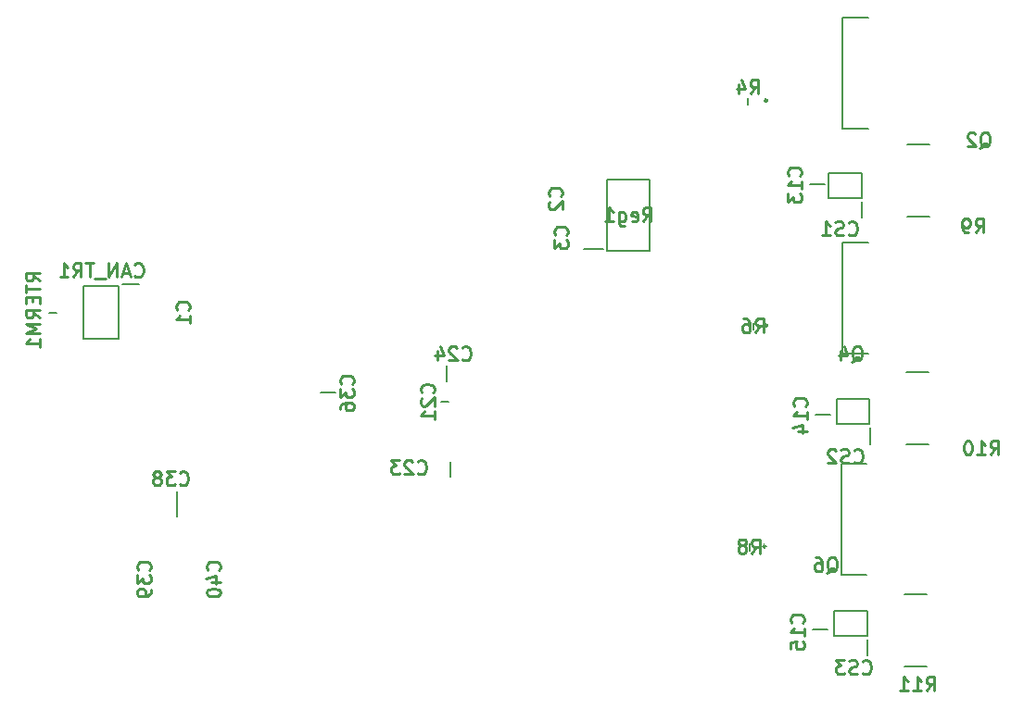
<source format=gbr>
G04 #@! TF.GenerationSoftware,KiCad,Pcbnew,5.0.2+dfsg1-1*
G04 #@! TF.CreationDate,2019-10-08T03:24:47-04:00*
G04 #@! TF.ProjectId,DSC_motor_controller,4453435f-6d6f-4746-9f72-5f636f6e7472,1*
G04 #@! TF.SameCoordinates,Original*
G04 #@! TF.FileFunction,Legend,Bot*
G04 #@! TF.FilePolarity,Positive*
%FSLAX46Y46*%
G04 Gerber Fmt 4.6, Leading zero omitted, Abs format (unit mm)*
G04 Created by KiCad (PCBNEW 5.0.2+dfsg1-1) date Tue 08 Oct 2019 03:24:47 AM EDT*
%MOMM*%
%LPD*%
G01*
G04 APERTURE LIST*
%ADD10C,0.200000*%
%ADD11C,0.254000*%
G04 APERTURE END LIST*
D10*
G04 #@! TO.C,C15*
X161129000Y-127644000D02*
X159729000Y-127644000D01*
D11*
G04 #@! TO.C,Q4*
X155592160Y-99804000D02*
G75*
G03X155592160Y-99804000I-113160J0D01*
G01*
D10*
X162485000Y-102422000D02*
X164816000Y-102422000D01*
X162485000Y-92262000D02*
X164816000Y-92262000D01*
X162485000Y-102422000D02*
X162485000Y-92262000D01*
G04 #@! TO.C,R11*
X170132000Y-130994000D02*
X168132000Y-130994000D01*
X170132000Y-124394000D02*
X168132000Y-124394000D01*
D11*
G04 #@! TO.C,Q6*
X155458160Y-119997000D02*
G75*
G03X155458160Y-119997000I-113160J0D01*
G01*
D10*
X162351000Y-122615000D02*
X164682000Y-122615000D01*
X162351000Y-112455000D02*
X164682000Y-112455000D01*
X162351000Y-122615000D02*
X162351000Y-112455000D01*
D11*
G04 #@! TO.C,Q2*
X155592160Y-79230000D02*
G75*
G03X155592160Y-79230000I-113160J0D01*
G01*
D10*
X162485000Y-81848000D02*
X164816000Y-81848000D01*
X162485000Y-71688000D02*
X164816000Y-71688000D01*
X162485000Y-81848000D02*
X162485000Y-71688000D01*
G04 #@! TO.C,R10*
X170319000Y-110675000D02*
X168319000Y-110675000D01*
X170319000Y-104075000D02*
X168319000Y-104075000D01*
G04 #@! TO.C,R9*
X170379000Y-89846000D02*
X168379000Y-89846000D01*
X170379000Y-83246000D02*
X168379000Y-83246000D01*
G04 #@! TO.C,C38*
X101679000Y-117288000D02*
X101679000Y-114988000D01*
G04 #@! TO.C,C21*
X125839000Y-106778000D02*
X126439000Y-106778000D01*
G04 #@! TO.C,C23*
X126647000Y-112263000D02*
X126647000Y-113663000D01*
G04 #@! TO.C,C24*
X126317000Y-103500000D02*
X126317000Y-104900000D01*
G04 #@! TO.C,Reg1*
X138878000Y-92847000D02*
X140628000Y-92847000D01*
X140978000Y-86472000D02*
X140978000Y-92972000D01*
X144828000Y-86472000D02*
X140978000Y-86472000D01*
X144828000Y-92972000D02*
X144828000Y-86472000D01*
X140978000Y-92972000D02*
X144828000Y-92972000D01*
G04 #@! TO.C,RTERM1*
X90650000Y-98650000D02*
X90000000Y-98650000D01*
G04 #@! TO.C,R8*
X153952000Y-120400000D02*
X153952000Y-119750000D01*
G04 #@! TO.C,R6*
X154295000Y-100207000D02*
X154295000Y-99557000D01*
G04 #@! TO.C,R4*
X153825000Y-79633000D02*
X153825000Y-78983000D01*
G04 #@! TO.C,CS3*
X164773000Y-130010000D02*
X164773000Y-128560000D01*
X161723000Y-128210000D02*
X164723000Y-128210000D01*
X161723000Y-125910000D02*
X161723000Y-128210000D01*
X164723000Y-125910000D02*
X161723000Y-125910000D01*
X164723000Y-128210000D02*
X164723000Y-125910000D01*
G04 #@! TO.C,CS2*
X164963500Y-110645000D02*
X164963500Y-109195000D01*
X161913500Y-108845000D02*
X164913500Y-108845000D01*
X161913500Y-106545000D02*
X161913500Y-108845000D01*
X164913500Y-106545000D02*
X161913500Y-106545000D01*
X164913500Y-108845000D02*
X164913500Y-106545000D01*
G04 #@! TO.C,CS1*
X164265000Y-89941500D02*
X164265000Y-88491500D01*
X161215000Y-88141500D02*
X164215000Y-88141500D01*
X161215000Y-85841500D02*
X161215000Y-88141500D01*
X164215000Y-85841500D02*
X161215000Y-85841500D01*
X164215000Y-88141500D02*
X164215000Y-85841500D01*
G04 #@! TO.C,CAN_TR1*
X98181500Y-96032000D02*
X96656500Y-96032000D01*
X96306500Y-101062000D02*
X96306500Y-96162000D01*
X93106500Y-101062000D02*
X96306500Y-101062000D01*
X93106500Y-96162000D02*
X93106500Y-101062000D01*
X96306500Y-96162000D02*
X93106500Y-96162000D01*
G04 #@! TO.C,C36*
X116171000Y-105978000D02*
X114771000Y-105978000D01*
G04 #@! TO.C,C14*
X161383000Y-108010000D02*
X159983000Y-108010000D01*
G04 #@! TO.C,C13*
X159475000Y-86928000D02*
X160875000Y-86928000D01*
G04 #@! TO.C,C15*
D11*
X158850571Y-127005571D02*
X158911047Y-126945095D01*
X158971523Y-126763666D01*
X158971523Y-126642714D01*
X158911047Y-126461285D01*
X158790095Y-126340333D01*
X158669142Y-126279857D01*
X158427238Y-126219380D01*
X158245809Y-126219380D01*
X158003904Y-126279857D01*
X157882952Y-126340333D01*
X157762000Y-126461285D01*
X157701523Y-126642714D01*
X157701523Y-126763666D01*
X157762000Y-126945095D01*
X157822476Y-127005571D01*
X158971523Y-128215095D02*
X158971523Y-127489380D01*
X158971523Y-127852238D02*
X157701523Y-127852238D01*
X157882952Y-127731285D01*
X158003904Y-127610333D01*
X158064380Y-127489380D01*
X157701523Y-129364142D02*
X157701523Y-128759380D01*
X158306285Y-128698904D01*
X158245809Y-128759380D01*
X158185333Y-128880333D01*
X158185333Y-129182714D01*
X158245809Y-129303666D01*
X158306285Y-129364142D01*
X158427238Y-129424619D01*
X158729619Y-129424619D01*
X158850571Y-129364142D01*
X158911047Y-129303666D01*
X158971523Y-129182714D01*
X158971523Y-128880333D01*
X158911047Y-128759380D01*
X158850571Y-128698904D01*
G04 #@! TO.C,C40*
X105510571Y-122179571D02*
X105571047Y-122119095D01*
X105631523Y-121937666D01*
X105631523Y-121816714D01*
X105571047Y-121635285D01*
X105450095Y-121514333D01*
X105329142Y-121453857D01*
X105087238Y-121393380D01*
X104905809Y-121393380D01*
X104663904Y-121453857D01*
X104542952Y-121514333D01*
X104422000Y-121635285D01*
X104361523Y-121816714D01*
X104361523Y-121937666D01*
X104422000Y-122119095D01*
X104482476Y-122179571D01*
X104784857Y-123268142D02*
X105631523Y-123268142D01*
X104301047Y-122965761D02*
X105208190Y-122663380D01*
X105208190Y-123449571D01*
X104361523Y-124175285D02*
X104361523Y-124296238D01*
X104422000Y-124417190D01*
X104482476Y-124477666D01*
X104603428Y-124538142D01*
X104845333Y-124598619D01*
X105147714Y-124598619D01*
X105389619Y-124538142D01*
X105510571Y-124477666D01*
X105571047Y-124417190D01*
X105631523Y-124296238D01*
X105631523Y-124175285D01*
X105571047Y-124054333D01*
X105510571Y-123993857D01*
X105389619Y-123933380D01*
X105147714Y-123872904D01*
X104845333Y-123872904D01*
X104603428Y-123933380D01*
X104482476Y-123993857D01*
X104422000Y-124054333D01*
X104361523Y-124175285D01*
G04 #@! TO.C,C39*
X99160571Y-122179571D02*
X99221047Y-122119095D01*
X99281523Y-121937666D01*
X99281523Y-121816714D01*
X99221047Y-121635285D01*
X99100095Y-121514333D01*
X98979142Y-121453857D01*
X98737238Y-121393380D01*
X98555809Y-121393380D01*
X98313904Y-121453857D01*
X98192952Y-121514333D01*
X98072000Y-121635285D01*
X98011523Y-121816714D01*
X98011523Y-121937666D01*
X98072000Y-122119095D01*
X98132476Y-122179571D01*
X98011523Y-122602904D02*
X98011523Y-123389095D01*
X98495333Y-122965761D01*
X98495333Y-123147190D01*
X98555809Y-123268142D01*
X98616285Y-123328619D01*
X98737238Y-123389095D01*
X99039619Y-123389095D01*
X99160571Y-123328619D01*
X99221047Y-123268142D01*
X99281523Y-123147190D01*
X99281523Y-122784333D01*
X99221047Y-122663380D01*
X99160571Y-122602904D01*
X99281523Y-123993857D02*
X99281523Y-124235761D01*
X99221047Y-124356714D01*
X99160571Y-124417190D01*
X98979142Y-124538142D01*
X98737238Y-124598619D01*
X98253428Y-124598619D01*
X98132476Y-124538142D01*
X98072000Y-124477666D01*
X98011523Y-124356714D01*
X98011523Y-124114809D01*
X98072000Y-123993857D01*
X98132476Y-123933380D01*
X98253428Y-123872904D01*
X98555809Y-123872904D01*
X98676761Y-123933380D01*
X98737238Y-123993857D01*
X98797714Y-124114809D01*
X98797714Y-124356714D01*
X98737238Y-124477666D01*
X98676761Y-124538142D01*
X98555809Y-124598619D01*
G04 #@! TO.C,C1*
X102716571Y-98400333D02*
X102777047Y-98339857D01*
X102837523Y-98158428D01*
X102837523Y-98037476D01*
X102777047Y-97856047D01*
X102656095Y-97735095D01*
X102535142Y-97674619D01*
X102293238Y-97614142D01*
X102111809Y-97614142D01*
X101869904Y-97674619D01*
X101748952Y-97735095D01*
X101628000Y-97856047D01*
X101567523Y-98037476D01*
X101567523Y-98158428D01*
X101628000Y-98339857D01*
X101688476Y-98400333D01*
X102837523Y-99609857D02*
X102837523Y-98884142D01*
X102837523Y-99247000D02*
X101567523Y-99247000D01*
X101748952Y-99126047D01*
X101869904Y-99005095D01*
X101930380Y-98884142D01*
G04 #@! TO.C,Q4*
X163343952Y-103117476D02*
X163464904Y-103057000D01*
X163585857Y-102936047D01*
X163767285Y-102754619D01*
X163888238Y-102694142D01*
X164009190Y-102694142D01*
X163948714Y-102996523D02*
X164069666Y-102936047D01*
X164190619Y-102815095D01*
X164251095Y-102573190D01*
X164251095Y-102149857D01*
X164190619Y-101907952D01*
X164069666Y-101787000D01*
X163948714Y-101726523D01*
X163706809Y-101726523D01*
X163585857Y-101787000D01*
X163464904Y-101907952D01*
X163404428Y-102149857D01*
X163404428Y-102573190D01*
X163464904Y-102815095D01*
X163585857Y-102936047D01*
X163706809Y-102996523D01*
X163948714Y-102996523D01*
X162315857Y-102149857D02*
X162315857Y-102996523D01*
X162618238Y-101666047D02*
X162920619Y-102573190D01*
X162134428Y-102573190D01*
G04 #@! TO.C,R11*
X170135428Y-133222523D02*
X170558761Y-132617761D01*
X170861142Y-133222523D02*
X170861142Y-131952523D01*
X170377333Y-131952523D01*
X170256380Y-132013000D01*
X170195904Y-132073476D01*
X170135428Y-132194428D01*
X170135428Y-132375857D01*
X170195904Y-132496809D01*
X170256380Y-132557285D01*
X170377333Y-132617761D01*
X170861142Y-132617761D01*
X168925904Y-133222523D02*
X169651619Y-133222523D01*
X169288761Y-133222523D02*
X169288761Y-131952523D01*
X169409714Y-132133952D01*
X169530666Y-132254904D01*
X169651619Y-132315380D01*
X167716380Y-133222523D02*
X168442095Y-133222523D01*
X168079238Y-133222523D02*
X168079238Y-131952523D01*
X168200190Y-132133952D01*
X168321142Y-132254904D01*
X168442095Y-132315380D01*
G04 #@! TO.C,Q6*
X161057952Y-122421476D02*
X161178904Y-122361000D01*
X161299857Y-122240047D01*
X161481285Y-122058619D01*
X161602238Y-121998142D01*
X161723190Y-121998142D01*
X161662714Y-122300523D02*
X161783666Y-122240047D01*
X161904619Y-122119095D01*
X161965095Y-121877190D01*
X161965095Y-121453857D01*
X161904619Y-121211952D01*
X161783666Y-121091000D01*
X161662714Y-121030523D01*
X161420809Y-121030523D01*
X161299857Y-121091000D01*
X161178904Y-121211952D01*
X161118428Y-121453857D01*
X161118428Y-121877190D01*
X161178904Y-122119095D01*
X161299857Y-122240047D01*
X161420809Y-122300523D01*
X161662714Y-122300523D01*
X160029857Y-121030523D02*
X160271761Y-121030523D01*
X160392714Y-121091000D01*
X160453190Y-121151476D01*
X160574142Y-121332904D01*
X160634619Y-121574809D01*
X160634619Y-122058619D01*
X160574142Y-122179571D01*
X160513666Y-122240047D01*
X160392714Y-122300523D01*
X160150809Y-122300523D01*
X160029857Y-122240047D01*
X159969380Y-122179571D01*
X159908904Y-122058619D01*
X159908904Y-121756238D01*
X159969380Y-121635285D01*
X160029857Y-121574809D01*
X160150809Y-121514333D01*
X160392714Y-121514333D01*
X160513666Y-121574809D01*
X160574142Y-121635285D01*
X160634619Y-121756238D01*
G04 #@! TO.C,Q2*
X175027952Y-83559476D02*
X175148904Y-83499000D01*
X175269857Y-83378047D01*
X175451285Y-83196619D01*
X175572238Y-83136142D01*
X175693190Y-83136142D01*
X175632714Y-83438523D02*
X175753666Y-83378047D01*
X175874619Y-83257095D01*
X175935095Y-83015190D01*
X175935095Y-82591857D01*
X175874619Y-82349952D01*
X175753666Y-82229000D01*
X175632714Y-82168523D01*
X175390809Y-82168523D01*
X175269857Y-82229000D01*
X175148904Y-82349952D01*
X175088428Y-82591857D01*
X175088428Y-83015190D01*
X175148904Y-83257095D01*
X175269857Y-83378047D01*
X175390809Y-83438523D01*
X175632714Y-83438523D01*
X174604619Y-82289476D02*
X174544142Y-82229000D01*
X174423190Y-82168523D01*
X174120809Y-82168523D01*
X173999857Y-82229000D01*
X173939380Y-82289476D01*
X173878904Y-82410428D01*
X173878904Y-82531380D01*
X173939380Y-82712809D01*
X174665095Y-83438523D01*
X173878904Y-83438523D01*
G04 #@! TO.C,R10*
X175977428Y-111632523D02*
X176400761Y-111027761D01*
X176703142Y-111632523D02*
X176703142Y-110362523D01*
X176219333Y-110362523D01*
X176098380Y-110423000D01*
X176037904Y-110483476D01*
X175977428Y-110604428D01*
X175977428Y-110785857D01*
X176037904Y-110906809D01*
X176098380Y-110967285D01*
X176219333Y-111027761D01*
X176703142Y-111027761D01*
X174767904Y-111632523D02*
X175493619Y-111632523D01*
X175130761Y-111632523D02*
X175130761Y-110362523D01*
X175251714Y-110543952D01*
X175372666Y-110664904D01*
X175493619Y-110725380D01*
X173981714Y-110362523D02*
X173860761Y-110362523D01*
X173739809Y-110423000D01*
X173679333Y-110483476D01*
X173618857Y-110604428D01*
X173558380Y-110846333D01*
X173558380Y-111148714D01*
X173618857Y-111390619D01*
X173679333Y-111511571D01*
X173739809Y-111572047D01*
X173860761Y-111632523D01*
X173981714Y-111632523D01*
X174102666Y-111572047D01*
X174163142Y-111511571D01*
X174223619Y-111390619D01*
X174284095Y-111148714D01*
X174284095Y-110846333D01*
X174223619Y-110604428D01*
X174163142Y-110483476D01*
X174102666Y-110423000D01*
X173981714Y-110362523D01*
G04 #@! TO.C,R9*
X174610666Y-91312523D02*
X175034000Y-90707761D01*
X175336380Y-91312523D02*
X175336380Y-90042523D01*
X174852571Y-90042523D01*
X174731619Y-90103000D01*
X174671142Y-90163476D01*
X174610666Y-90284428D01*
X174610666Y-90465857D01*
X174671142Y-90586809D01*
X174731619Y-90647285D01*
X174852571Y-90707761D01*
X175336380Y-90707761D01*
X174005904Y-91312523D02*
X173764000Y-91312523D01*
X173643047Y-91252047D01*
X173582571Y-91191571D01*
X173461619Y-91010142D01*
X173401142Y-90768238D01*
X173401142Y-90284428D01*
X173461619Y-90163476D01*
X173522095Y-90103000D01*
X173643047Y-90042523D01*
X173884952Y-90042523D01*
X174005904Y-90103000D01*
X174066380Y-90163476D01*
X174126857Y-90284428D01*
X174126857Y-90586809D01*
X174066380Y-90707761D01*
X174005904Y-90768238D01*
X173884952Y-90828714D01*
X173643047Y-90828714D01*
X173522095Y-90768238D01*
X173461619Y-90707761D01*
X173401142Y-90586809D01*
G04 #@! TO.C,C38*
X101911428Y-114305571D02*
X101971904Y-114366047D01*
X102153333Y-114426523D01*
X102274285Y-114426523D01*
X102455714Y-114366047D01*
X102576666Y-114245095D01*
X102637142Y-114124142D01*
X102697619Y-113882238D01*
X102697619Y-113700809D01*
X102637142Y-113458904D01*
X102576666Y-113337952D01*
X102455714Y-113217000D01*
X102274285Y-113156523D01*
X102153333Y-113156523D01*
X101971904Y-113217000D01*
X101911428Y-113277476D01*
X101488095Y-113156523D02*
X100701904Y-113156523D01*
X101125238Y-113640333D01*
X100943809Y-113640333D01*
X100822857Y-113700809D01*
X100762380Y-113761285D01*
X100701904Y-113882238D01*
X100701904Y-114184619D01*
X100762380Y-114305571D01*
X100822857Y-114366047D01*
X100943809Y-114426523D01*
X101306666Y-114426523D01*
X101427619Y-114366047D01*
X101488095Y-114305571D01*
X99976190Y-113700809D02*
X100097142Y-113640333D01*
X100157619Y-113579857D01*
X100218095Y-113458904D01*
X100218095Y-113398428D01*
X100157619Y-113277476D01*
X100097142Y-113217000D01*
X99976190Y-113156523D01*
X99734285Y-113156523D01*
X99613333Y-113217000D01*
X99552857Y-113277476D01*
X99492380Y-113398428D01*
X99492380Y-113458904D01*
X99552857Y-113579857D01*
X99613333Y-113640333D01*
X99734285Y-113700809D01*
X99976190Y-113700809D01*
X100097142Y-113761285D01*
X100157619Y-113821761D01*
X100218095Y-113942714D01*
X100218095Y-114184619D01*
X100157619Y-114305571D01*
X100097142Y-114366047D01*
X99976190Y-114426523D01*
X99734285Y-114426523D01*
X99613333Y-114366047D01*
X99552857Y-114305571D01*
X99492380Y-114184619D01*
X99492380Y-113942714D01*
X99552857Y-113821761D01*
X99613333Y-113761285D01*
X99734285Y-113700809D01*
G04 #@! TO.C,C3*
X137260571Y-91542333D02*
X137321047Y-91481857D01*
X137381523Y-91300428D01*
X137381523Y-91179476D01*
X137321047Y-90998047D01*
X137200095Y-90877095D01*
X137079142Y-90816619D01*
X136837238Y-90756142D01*
X136655809Y-90756142D01*
X136413904Y-90816619D01*
X136292952Y-90877095D01*
X136172000Y-90998047D01*
X136111523Y-91179476D01*
X136111523Y-91300428D01*
X136172000Y-91481857D01*
X136232476Y-91542333D01*
X136111523Y-91965666D02*
X136111523Y-92751857D01*
X136595333Y-92328523D01*
X136595333Y-92509952D01*
X136655809Y-92630904D01*
X136716285Y-92691380D01*
X136837238Y-92751857D01*
X137139619Y-92751857D01*
X137260571Y-92691380D01*
X137321047Y-92630904D01*
X137381523Y-92509952D01*
X137381523Y-92147095D01*
X137321047Y-92026142D01*
X137260571Y-91965666D01*
G04 #@! TO.C,C2*
X136752571Y-87986333D02*
X136813047Y-87925857D01*
X136873523Y-87744428D01*
X136873523Y-87623476D01*
X136813047Y-87442047D01*
X136692095Y-87321095D01*
X136571142Y-87260619D01*
X136329238Y-87200142D01*
X136147809Y-87200142D01*
X135905904Y-87260619D01*
X135784952Y-87321095D01*
X135664000Y-87442047D01*
X135603523Y-87623476D01*
X135603523Y-87744428D01*
X135664000Y-87925857D01*
X135724476Y-87986333D01*
X135724476Y-88470142D02*
X135664000Y-88530619D01*
X135603523Y-88651571D01*
X135603523Y-88953952D01*
X135664000Y-89074904D01*
X135724476Y-89135380D01*
X135845428Y-89195857D01*
X135966380Y-89195857D01*
X136147809Y-89135380D01*
X136873523Y-88409666D01*
X136873523Y-89195857D01*
G04 #@! TO.C,C21*
X125068571Y-105961571D02*
X125129047Y-105901095D01*
X125189523Y-105719666D01*
X125189523Y-105598714D01*
X125129047Y-105417285D01*
X125008095Y-105296333D01*
X124887142Y-105235857D01*
X124645238Y-105175380D01*
X124463809Y-105175380D01*
X124221904Y-105235857D01*
X124100952Y-105296333D01*
X123980000Y-105417285D01*
X123919523Y-105598714D01*
X123919523Y-105719666D01*
X123980000Y-105901095D01*
X124040476Y-105961571D01*
X124040476Y-106445380D02*
X123980000Y-106505857D01*
X123919523Y-106626809D01*
X123919523Y-106929190D01*
X123980000Y-107050142D01*
X124040476Y-107110619D01*
X124161428Y-107171095D01*
X124282380Y-107171095D01*
X124463809Y-107110619D01*
X125189523Y-106384904D01*
X125189523Y-107171095D01*
X125189523Y-108380619D02*
X125189523Y-107654904D01*
X125189523Y-108017761D02*
X123919523Y-108017761D01*
X124100952Y-107896809D01*
X124221904Y-107775857D01*
X124282380Y-107654904D01*
G04 #@! TO.C,C23*
X123653428Y-113289571D02*
X123713904Y-113350047D01*
X123895333Y-113410523D01*
X124016285Y-113410523D01*
X124197714Y-113350047D01*
X124318666Y-113229095D01*
X124379142Y-113108142D01*
X124439619Y-112866238D01*
X124439619Y-112684809D01*
X124379142Y-112442904D01*
X124318666Y-112321952D01*
X124197714Y-112201000D01*
X124016285Y-112140523D01*
X123895333Y-112140523D01*
X123713904Y-112201000D01*
X123653428Y-112261476D01*
X123169619Y-112261476D02*
X123109142Y-112201000D01*
X122988190Y-112140523D01*
X122685809Y-112140523D01*
X122564857Y-112201000D01*
X122504380Y-112261476D01*
X122443904Y-112382428D01*
X122443904Y-112503380D01*
X122504380Y-112684809D01*
X123230095Y-113410523D01*
X122443904Y-113410523D01*
X122020571Y-112140523D02*
X121234380Y-112140523D01*
X121657714Y-112624333D01*
X121476285Y-112624333D01*
X121355333Y-112684809D01*
X121294857Y-112745285D01*
X121234380Y-112866238D01*
X121234380Y-113168619D01*
X121294857Y-113289571D01*
X121355333Y-113350047D01*
X121476285Y-113410523D01*
X121839142Y-113410523D01*
X121960095Y-113350047D01*
X122020571Y-113289571D01*
G04 #@! TO.C,C24*
X127717428Y-102875571D02*
X127777904Y-102936047D01*
X127959333Y-102996523D01*
X128080285Y-102996523D01*
X128261714Y-102936047D01*
X128382666Y-102815095D01*
X128443142Y-102694142D01*
X128503619Y-102452238D01*
X128503619Y-102270809D01*
X128443142Y-102028904D01*
X128382666Y-101907952D01*
X128261714Y-101787000D01*
X128080285Y-101726523D01*
X127959333Y-101726523D01*
X127777904Y-101787000D01*
X127717428Y-101847476D01*
X127233619Y-101847476D02*
X127173142Y-101787000D01*
X127052190Y-101726523D01*
X126749809Y-101726523D01*
X126628857Y-101787000D01*
X126568380Y-101847476D01*
X126507904Y-101968428D01*
X126507904Y-102089380D01*
X126568380Y-102270809D01*
X127294095Y-102996523D01*
X126507904Y-102996523D01*
X125419333Y-102149857D02*
X125419333Y-102996523D01*
X125721714Y-101666047D02*
X126024095Y-102573190D01*
X125237904Y-102573190D01*
G04 #@! TO.C,Reg1*
X144233476Y-90296523D02*
X144656809Y-89691761D01*
X144959190Y-90296523D02*
X144959190Y-89026523D01*
X144475380Y-89026523D01*
X144354428Y-89087000D01*
X144293952Y-89147476D01*
X144233476Y-89268428D01*
X144233476Y-89449857D01*
X144293952Y-89570809D01*
X144354428Y-89631285D01*
X144475380Y-89691761D01*
X144959190Y-89691761D01*
X143205380Y-90236047D02*
X143326333Y-90296523D01*
X143568238Y-90296523D01*
X143689190Y-90236047D01*
X143749666Y-90115095D01*
X143749666Y-89631285D01*
X143689190Y-89510333D01*
X143568238Y-89449857D01*
X143326333Y-89449857D01*
X143205380Y-89510333D01*
X143144904Y-89631285D01*
X143144904Y-89752238D01*
X143749666Y-89873190D01*
X142056333Y-89449857D02*
X142056333Y-90477952D01*
X142116809Y-90598904D01*
X142177285Y-90659380D01*
X142298238Y-90719857D01*
X142479666Y-90719857D01*
X142600619Y-90659380D01*
X142056333Y-90236047D02*
X142177285Y-90296523D01*
X142419190Y-90296523D01*
X142540142Y-90236047D01*
X142600619Y-90175571D01*
X142661095Y-90054619D01*
X142661095Y-89691761D01*
X142600619Y-89570809D01*
X142540142Y-89510333D01*
X142419190Y-89449857D01*
X142177285Y-89449857D01*
X142056333Y-89510333D01*
X140786333Y-90296523D02*
X141512047Y-90296523D01*
X141149190Y-90296523D02*
X141149190Y-89026523D01*
X141270142Y-89207952D01*
X141391095Y-89328904D01*
X141512047Y-89389380D01*
G04 #@! TO.C,RTERM1*
X89121523Y-95727285D02*
X88516761Y-95303952D01*
X89121523Y-95001571D02*
X87851523Y-95001571D01*
X87851523Y-95485380D01*
X87912000Y-95606333D01*
X87972476Y-95666809D01*
X88093428Y-95727285D01*
X88274857Y-95727285D01*
X88395809Y-95666809D01*
X88456285Y-95606333D01*
X88516761Y-95485380D01*
X88516761Y-95001571D01*
X87851523Y-96090142D02*
X87851523Y-96815857D01*
X89121523Y-96453000D02*
X87851523Y-96453000D01*
X88456285Y-97239190D02*
X88456285Y-97662523D01*
X89121523Y-97843952D02*
X89121523Y-97239190D01*
X87851523Y-97239190D01*
X87851523Y-97843952D01*
X89121523Y-99113952D02*
X88516761Y-98690619D01*
X89121523Y-98388238D02*
X87851523Y-98388238D01*
X87851523Y-98872047D01*
X87912000Y-98993000D01*
X87972476Y-99053476D01*
X88093428Y-99113952D01*
X88274857Y-99113952D01*
X88395809Y-99053476D01*
X88456285Y-98993000D01*
X88516761Y-98872047D01*
X88516761Y-98388238D01*
X89121523Y-99658238D02*
X87851523Y-99658238D01*
X88758666Y-100081571D01*
X87851523Y-100504904D01*
X89121523Y-100504904D01*
X89121523Y-101774904D02*
X89121523Y-101049190D01*
X89121523Y-101412047D02*
X87851523Y-101412047D01*
X88032952Y-101291095D01*
X88153904Y-101170142D01*
X88214380Y-101049190D01*
G04 #@! TO.C,R8*
X154163666Y-120649523D02*
X154587000Y-120044761D01*
X154889380Y-120649523D02*
X154889380Y-119379523D01*
X154405571Y-119379523D01*
X154284619Y-119440000D01*
X154224142Y-119500476D01*
X154163666Y-119621428D01*
X154163666Y-119802857D01*
X154224142Y-119923809D01*
X154284619Y-119984285D01*
X154405571Y-120044761D01*
X154889380Y-120044761D01*
X153437952Y-119923809D02*
X153558904Y-119863333D01*
X153619380Y-119802857D01*
X153679857Y-119681904D01*
X153679857Y-119621428D01*
X153619380Y-119500476D01*
X153558904Y-119440000D01*
X153437952Y-119379523D01*
X153196047Y-119379523D01*
X153075095Y-119440000D01*
X153014619Y-119500476D01*
X152954142Y-119621428D01*
X152954142Y-119681904D01*
X153014619Y-119802857D01*
X153075095Y-119863333D01*
X153196047Y-119923809D01*
X153437952Y-119923809D01*
X153558904Y-119984285D01*
X153619380Y-120044761D01*
X153679857Y-120165714D01*
X153679857Y-120407619D01*
X153619380Y-120528571D01*
X153558904Y-120589047D01*
X153437952Y-120649523D01*
X153196047Y-120649523D01*
X153075095Y-120589047D01*
X153014619Y-120528571D01*
X152954142Y-120407619D01*
X152954142Y-120165714D01*
X153014619Y-120044761D01*
X153075095Y-119984285D01*
X153196047Y-119923809D01*
G04 #@! TO.C,R6*
X154506666Y-100456523D02*
X154930000Y-99851761D01*
X155232380Y-100456523D02*
X155232380Y-99186523D01*
X154748571Y-99186523D01*
X154627619Y-99247000D01*
X154567142Y-99307476D01*
X154506666Y-99428428D01*
X154506666Y-99609857D01*
X154567142Y-99730809D01*
X154627619Y-99791285D01*
X154748571Y-99851761D01*
X155232380Y-99851761D01*
X153418095Y-99186523D02*
X153660000Y-99186523D01*
X153780952Y-99247000D01*
X153841428Y-99307476D01*
X153962380Y-99488904D01*
X154022857Y-99730809D01*
X154022857Y-100214619D01*
X153962380Y-100335571D01*
X153901904Y-100396047D01*
X153780952Y-100456523D01*
X153539047Y-100456523D01*
X153418095Y-100396047D01*
X153357619Y-100335571D01*
X153297142Y-100214619D01*
X153297142Y-99912238D01*
X153357619Y-99791285D01*
X153418095Y-99730809D01*
X153539047Y-99670333D01*
X153780952Y-99670333D01*
X153901904Y-99730809D01*
X153962380Y-99791285D01*
X154022857Y-99912238D01*
G04 #@! TO.C,R4*
X154036666Y-78612523D02*
X154460000Y-78007761D01*
X154762380Y-78612523D02*
X154762380Y-77342523D01*
X154278571Y-77342523D01*
X154157619Y-77403000D01*
X154097142Y-77463476D01*
X154036666Y-77584428D01*
X154036666Y-77765857D01*
X154097142Y-77886809D01*
X154157619Y-77947285D01*
X154278571Y-78007761D01*
X154762380Y-78007761D01*
X152948095Y-77765857D02*
X152948095Y-78612523D01*
X153250476Y-77282047D02*
X153552857Y-78189190D01*
X152766666Y-78189190D01*
G04 #@! TO.C,CS3*
X164293428Y-131577571D02*
X164353904Y-131638047D01*
X164535333Y-131698523D01*
X164656285Y-131698523D01*
X164837714Y-131638047D01*
X164958666Y-131517095D01*
X165019142Y-131396142D01*
X165079619Y-131154238D01*
X165079619Y-130972809D01*
X165019142Y-130730904D01*
X164958666Y-130609952D01*
X164837714Y-130489000D01*
X164656285Y-130428523D01*
X164535333Y-130428523D01*
X164353904Y-130489000D01*
X164293428Y-130549476D01*
X163809619Y-131638047D02*
X163628190Y-131698523D01*
X163325809Y-131698523D01*
X163204857Y-131638047D01*
X163144380Y-131577571D01*
X163083904Y-131456619D01*
X163083904Y-131335666D01*
X163144380Y-131214714D01*
X163204857Y-131154238D01*
X163325809Y-131093761D01*
X163567714Y-131033285D01*
X163688666Y-130972809D01*
X163749142Y-130912333D01*
X163809619Y-130791380D01*
X163809619Y-130670428D01*
X163749142Y-130549476D01*
X163688666Y-130489000D01*
X163567714Y-130428523D01*
X163265333Y-130428523D01*
X163083904Y-130489000D01*
X162660571Y-130428523D02*
X161874380Y-130428523D01*
X162297714Y-130912333D01*
X162116285Y-130912333D01*
X161995333Y-130972809D01*
X161934857Y-131033285D01*
X161874380Y-131154238D01*
X161874380Y-131456619D01*
X161934857Y-131577571D01*
X161995333Y-131638047D01*
X162116285Y-131698523D01*
X162479142Y-131698523D01*
X162600095Y-131638047D01*
X162660571Y-131577571D01*
G04 #@! TO.C,CS2*
X163531428Y-112273571D02*
X163591904Y-112334047D01*
X163773333Y-112394523D01*
X163894285Y-112394523D01*
X164075714Y-112334047D01*
X164196666Y-112213095D01*
X164257142Y-112092142D01*
X164317619Y-111850238D01*
X164317619Y-111668809D01*
X164257142Y-111426904D01*
X164196666Y-111305952D01*
X164075714Y-111185000D01*
X163894285Y-111124523D01*
X163773333Y-111124523D01*
X163591904Y-111185000D01*
X163531428Y-111245476D01*
X163047619Y-112334047D02*
X162866190Y-112394523D01*
X162563809Y-112394523D01*
X162442857Y-112334047D01*
X162382380Y-112273571D01*
X162321904Y-112152619D01*
X162321904Y-112031666D01*
X162382380Y-111910714D01*
X162442857Y-111850238D01*
X162563809Y-111789761D01*
X162805714Y-111729285D01*
X162926666Y-111668809D01*
X162987142Y-111608333D01*
X163047619Y-111487380D01*
X163047619Y-111366428D01*
X162987142Y-111245476D01*
X162926666Y-111185000D01*
X162805714Y-111124523D01*
X162503333Y-111124523D01*
X162321904Y-111185000D01*
X161838095Y-111245476D02*
X161777619Y-111185000D01*
X161656666Y-111124523D01*
X161354285Y-111124523D01*
X161233333Y-111185000D01*
X161172857Y-111245476D01*
X161112380Y-111366428D01*
X161112380Y-111487380D01*
X161172857Y-111668809D01*
X161898571Y-112394523D01*
X161112380Y-112394523D01*
G04 #@! TO.C,CS1*
X163023428Y-91445571D02*
X163083904Y-91506047D01*
X163265333Y-91566523D01*
X163386285Y-91566523D01*
X163567714Y-91506047D01*
X163688666Y-91385095D01*
X163749142Y-91264142D01*
X163809619Y-91022238D01*
X163809619Y-90840809D01*
X163749142Y-90598904D01*
X163688666Y-90477952D01*
X163567714Y-90357000D01*
X163386285Y-90296523D01*
X163265333Y-90296523D01*
X163083904Y-90357000D01*
X163023428Y-90417476D01*
X162539619Y-91506047D02*
X162358190Y-91566523D01*
X162055809Y-91566523D01*
X161934857Y-91506047D01*
X161874380Y-91445571D01*
X161813904Y-91324619D01*
X161813904Y-91203666D01*
X161874380Y-91082714D01*
X161934857Y-91022238D01*
X162055809Y-90961761D01*
X162297714Y-90901285D01*
X162418666Y-90840809D01*
X162479142Y-90780333D01*
X162539619Y-90659380D01*
X162539619Y-90538428D01*
X162479142Y-90417476D01*
X162418666Y-90357000D01*
X162297714Y-90296523D01*
X161995333Y-90296523D01*
X161813904Y-90357000D01*
X160604380Y-91566523D02*
X161330095Y-91566523D01*
X160967238Y-91566523D02*
X160967238Y-90296523D01*
X161088190Y-90477952D01*
X161209142Y-90598904D01*
X161330095Y-90659380D01*
G04 #@! TO.C,CAN_TR1*
X97793809Y-95255571D02*
X97854285Y-95316047D01*
X98035714Y-95376523D01*
X98156666Y-95376523D01*
X98338095Y-95316047D01*
X98459047Y-95195095D01*
X98519523Y-95074142D01*
X98580000Y-94832238D01*
X98580000Y-94650809D01*
X98519523Y-94408904D01*
X98459047Y-94287952D01*
X98338095Y-94167000D01*
X98156666Y-94106523D01*
X98035714Y-94106523D01*
X97854285Y-94167000D01*
X97793809Y-94227476D01*
X97310000Y-95013666D02*
X96705238Y-95013666D01*
X97430952Y-95376523D02*
X97007619Y-94106523D01*
X96584285Y-95376523D01*
X96160952Y-95376523D02*
X96160952Y-94106523D01*
X95435238Y-95376523D01*
X95435238Y-94106523D01*
X95132857Y-95497476D02*
X94165238Y-95497476D01*
X94044285Y-94106523D02*
X93318571Y-94106523D01*
X93681428Y-95376523D02*
X93681428Y-94106523D01*
X92169523Y-95376523D02*
X92592857Y-94771761D01*
X92895238Y-95376523D02*
X92895238Y-94106523D01*
X92411428Y-94106523D01*
X92290476Y-94167000D01*
X92230000Y-94227476D01*
X92169523Y-94348428D01*
X92169523Y-94529857D01*
X92230000Y-94650809D01*
X92290476Y-94711285D01*
X92411428Y-94771761D01*
X92895238Y-94771761D01*
X90960000Y-95376523D02*
X91685714Y-95376523D01*
X91322857Y-95376523D02*
X91322857Y-94106523D01*
X91443809Y-94287952D01*
X91564761Y-94408904D01*
X91685714Y-94469380D01*
G04 #@! TO.C,C36*
X117702571Y-105161571D02*
X117763047Y-105101095D01*
X117823523Y-104919666D01*
X117823523Y-104798714D01*
X117763047Y-104617285D01*
X117642095Y-104496333D01*
X117521142Y-104435857D01*
X117279238Y-104375380D01*
X117097809Y-104375380D01*
X116855904Y-104435857D01*
X116734952Y-104496333D01*
X116614000Y-104617285D01*
X116553523Y-104798714D01*
X116553523Y-104919666D01*
X116614000Y-105101095D01*
X116674476Y-105161571D01*
X116553523Y-105584904D02*
X116553523Y-106371095D01*
X117037333Y-105947761D01*
X117037333Y-106129190D01*
X117097809Y-106250142D01*
X117158285Y-106310619D01*
X117279238Y-106371095D01*
X117581619Y-106371095D01*
X117702571Y-106310619D01*
X117763047Y-106250142D01*
X117823523Y-106129190D01*
X117823523Y-105766333D01*
X117763047Y-105645380D01*
X117702571Y-105584904D01*
X116553523Y-107459666D02*
X116553523Y-107217761D01*
X116614000Y-107096809D01*
X116674476Y-107036333D01*
X116855904Y-106915380D01*
X117097809Y-106854904D01*
X117581619Y-106854904D01*
X117702571Y-106915380D01*
X117763047Y-106975857D01*
X117823523Y-107096809D01*
X117823523Y-107338714D01*
X117763047Y-107459666D01*
X117702571Y-107520142D01*
X117581619Y-107580619D01*
X117279238Y-107580619D01*
X117158285Y-107520142D01*
X117097809Y-107459666D01*
X117037333Y-107338714D01*
X117037333Y-107096809D01*
X117097809Y-106975857D01*
X117158285Y-106915380D01*
X117279238Y-106854904D01*
G04 #@! TO.C,C14*
X159104571Y-107193571D02*
X159165047Y-107133095D01*
X159225523Y-106951666D01*
X159225523Y-106830714D01*
X159165047Y-106649285D01*
X159044095Y-106528333D01*
X158923142Y-106467857D01*
X158681238Y-106407380D01*
X158499809Y-106407380D01*
X158257904Y-106467857D01*
X158136952Y-106528333D01*
X158016000Y-106649285D01*
X157955523Y-106830714D01*
X157955523Y-106951666D01*
X158016000Y-107133095D01*
X158076476Y-107193571D01*
X159225523Y-108403095D02*
X159225523Y-107677380D01*
X159225523Y-108040238D02*
X157955523Y-108040238D01*
X158136952Y-107919285D01*
X158257904Y-107798333D01*
X158318380Y-107677380D01*
X158378857Y-109491666D02*
X159225523Y-109491666D01*
X157895047Y-109189285D02*
X158802190Y-108886904D01*
X158802190Y-109673095D01*
G04 #@! TO.C,C13*
X158596571Y-86111571D02*
X158657047Y-86051095D01*
X158717523Y-85869666D01*
X158717523Y-85748714D01*
X158657047Y-85567285D01*
X158536095Y-85446333D01*
X158415142Y-85385857D01*
X158173238Y-85325380D01*
X157991809Y-85325380D01*
X157749904Y-85385857D01*
X157628952Y-85446333D01*
X157508000Y-85567285D01*
X157447523Y-85748714D01*
X157447523Y-85869666D01*
X157508000Y-86051095D01*
X157568476Y-86111571D01*
X158717523Y-87321095D02*
X158717523Y-86595380D01*
X158717523Y-86958238D02*
X157447523Y-86958238D01*
X157628952Y-86837285D01*
X157749904Y-86716333D01*
X157810380Y-86595380D01*
X157447523Y-87744428D02*
X157447523Y-88530619D01*
X157931333Y-88107285D01*
X157931333Y-88288714D01*
X157991809Y-88409666D01*
X158052285Y-88470142D01*
X158173238Y-88530619D01*
X158475619Y-88530619D01*
X158596571Y-88470142D01*
X158657047Y-88409666D01*
X158717523Y-88288714D01*
X158717523Y-87925857D01*
X158657047Y-87804904D01*
X158596571Y-87744428D01*
G04 #@! TD*
M02*

</source>
